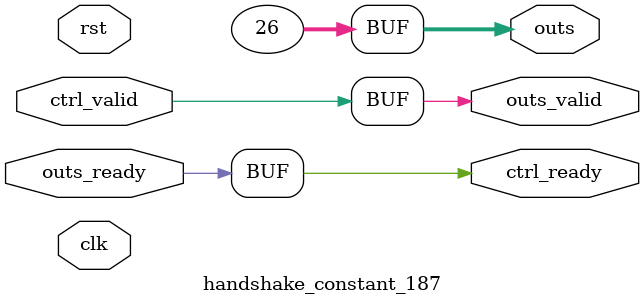
<source format=v>
`timescale 1ns / 1ps
module handshake_constant_187 #(
  parameter DATA_WIDTH = 32  // Default set to 32 bits
) (
  input                       clk,
  input                       rst,
  // Input Channel
  input                       ctrl_valid,
  output                      ctrl_ready,
  // Output Channel
  output [DATA_WIDTH - 1 : 0] outs,
  output                      outs_valid,
  input                       outs_ready
);
  assign outs       = 6'b011010;
  assign outs_valid = ctrl_valid;
  assign ctrl_ready = outs_ready;

endmodule

</source>
